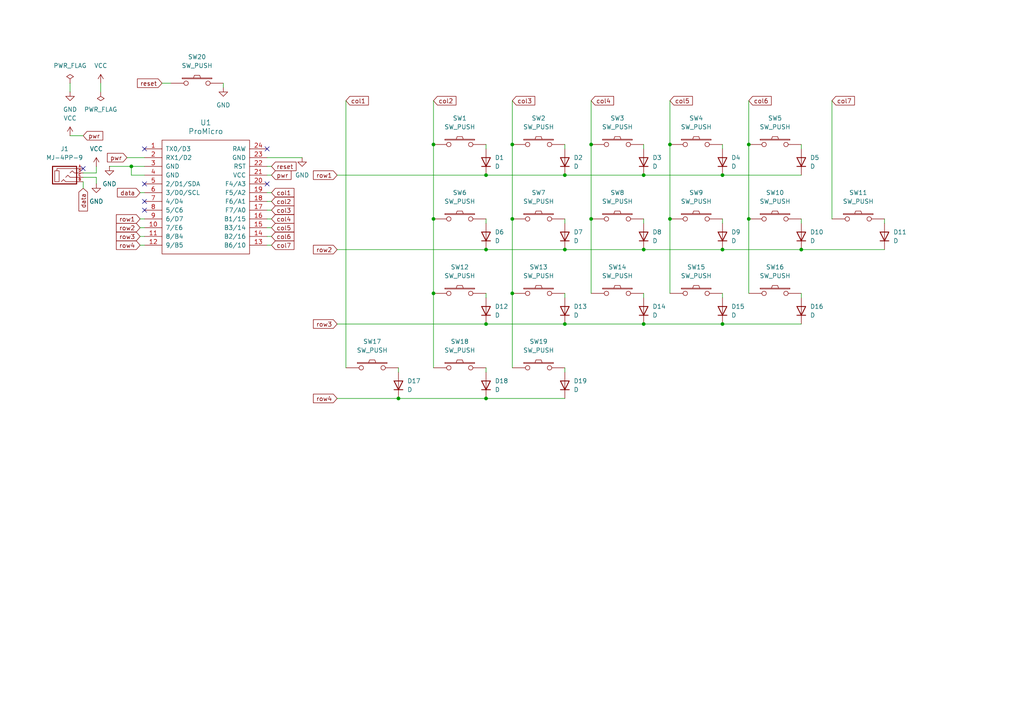
<source format=kicad_sch>
(kicad_sch (version 20250114) (generator "eeschema") (generator_version "9.0")
  (paper "A4")
  (lib_symbols
    (symbol "Device:D" (pin_numbers (hide yes)) (pin_names (offset 1.016) (hide yes))
      (property "Reference" "D" (at 0 2.54 0))
      (property "Value" "D" (at 0 -2.54 0))
      (symbol "D_0_1"
        (polyline (pts (xy -1.27 1.27) (xy -1.27 -1.27)) (stroke (width 0.254)))
        (polyline (pts (xy 1.27 1.27) (xy 1.27 -1.27) (xy -1.27 0) (xy 1.27 1.27)) (stroke (width 0.254)))
        (polyline (pts (xy 1.27 0) (xy -1.27 0)))
      )
      (symbol "D_1_1"
        (pin passive line (at -3.81 0 0) (length 2.54) (name "K") (number "1"))
        (pin passive line (at 3.81 0 180) (length 2.54) (name "A") (number "2"))
      )
    )
    (symbol "kbd:MJ-4PP-9" (pin_names (offset 1.016))
      (property "Reference" "J" (at 0 3.81 0))
      (property "Value" "MJ-4PP-9" (at 0 -3.81 0))
      (symbol "MJ-4PP-9_0_1"
        (polyline (pts (xy -2.54 1.27) (xy -2.54 1.905) (xy 3.175 1.905)))
        (rectangle (start -1.905 -1.905) (end -3.175 1.27))
        (polyline (pts (xy -1.27 -1.905) (xy -0.635 -1.27) (xy 0 -1.905) (xy 3.175 -1.905)))
        (polyline (pts (xy 0 -0.635) (xy 0.635 0) (xy 1.27 -0.635) (xy 3.175 -0.635)))
        (polyline (pts (xy 1.27 0.635) (xy 1.905 1.27) (xy 2.54 0.635) (xy 3.175 0.635)))
        (rectangle (start 3.175 2.54) (end -3.81 -2.54) (stroke (width 0.3048)))
      )
      (symbol "MJ-4PP-9_1_1"
        (pin input line (at 5.08 1.905 180) (length 2.0066) (name "~") (number "A"))
        (pin input line (at 5.08 0.635 180) (length 2.0066) (name "~") (number "D"))
        (pin input line (at 5.08 -0.635 180) (length 2.0066) (name "~") (number "C"))
        (pin input line (at 5.08 -1.905 180) (length 2.0066) (name "~") (number "B"))
      )
    )
    (symbol "kbd:ProMicro" (pin_names (offset 1.016))
      (property "Reference" "U" (at 0 19.05 0))
      (property "Value" "ProMicro" (at 0 -19.05 0))
      (symbol "ProMicro_0_1"
        (rectangle (start -12.7 16.51) (end 12.7 -16.51))
      )
      (symbol "ProMicro_1_1"
        (pin bidirectional line (at -17.78 13.97 0) (length 5.08) (name "TX0/D3") (number "1"))
        (pin bidirectional line (at -17.78 11.43 0) (length 5.08) (name "RX1/D2") (number "2"))
        (pin power_in line (at -17.78 8.89 0) (length 5.08) (name "GND") (number "3"))
        (pin power_in line (at -17.78 6.35 0) (length 5.08) (name "GND") (number "4"))
        (pin bidirectional line (at -17.78 3.81 0) (length 5.08) (name "2/D1/SDA") (number "5"))
        (pin bidirectional line (at -17.78 1.27 0) (length 5.08) (name "3/D0/SCL") (number "6"))
        (pin bidirectional line (at -17.78 -1.27 0) (length 5.08) (name "4/D4") (number "7"))
        (pin bidirectional line (at -17.78 -3.81 0) (length 5.08) (name "5/C6") (number "8"))
        (pin bidirectional line (at -17.78 -6.35 0) (length 5.08) (name "6/D7") (number "9"))
        (pin bidirectional line (at -17.78 -8.89 0) (length 5.08) (name "7/E6") (number "10"))
        (pin bidirectional line (at -17.78 -11.43 0) (length 5.08) (name "8/B4") (number "11"))
        (pin bidirectional line (at -17.78 -13.97 0) (length 5.08) (name "9/B5") (number "12"))
        (pin power_out line (at 17.78 13.97 180) (length 5.08) (name "RAW") (number "24"))
        (pin power_in line (at 17.78 11.43 180) (length 5.08) (name "GND") (number "23"))
        (pin input line (at 17.78 8.89 180) (length 5.08) (name "RST") (number "22"))
        (pin power_in line (at 17.78 6.35 180) (length 5.08) (name "VCC") (number "21"))
        (pin bidirectional line (at 17.78 3.81 180) (length 5.08) (name "F4/A3") (number "20"))
        (pin bidirectional line (at 17.78 1.27 180) (length 5.08) (name "F5/A2") (number "19"))
        (pin bidirectional line (at 17.78 -1.27 180) (length 5.08) (name "F6/A1") (number "18"))
        (pin bidirectional line (at 17.78 -3.81 180) (length 5.08) (name "F7/A0") (number "17"))
        (pin bidirectional line (at 17.78 -6.35 180) (length 5.08) (name "B1/15") (number "16"))
        (pin bidirectional line (at 17.78 -8.89 180) (length 5.08) (name "B3/14") (number "15"))
        (pin bidirectional line (at 17.78 -11.43 180) (length 5.08) (name "B2/16") (number "14"))
        (pin bidirectional line (at 17.78 -13.97 180) (length 5.08) (name "B6/10") (number "13"))
      )
    )
    (symbol "kbd:SW_PUSH" (pin_numbers (hide yes)) (pin_names (offset 1.016) (hide yes))
      (property "Reference" "SW" (at 3.81 2.794 0))
      (property "Value" "SW_PUSH" (at 0 -2.032 0))
      (symbol "SW_PUSH_0_1"
        (rectangle (start -4.318 1.27) (end 4.318 1.524))
        (polyline (pts (xy -1.016 1.524) (xy -0.762 2.286) (xy 0.762 2.286) (xy 1.016 1.524)))
        (pin passive inverted (at -7.62 0 0) (length 5.08) (name "1") (number "1"))
        (pin passive inverted (at 7.62 0 180) (length 5.08) (name "2") (number "2"))
      )
    )
    (symbol "power:GND" (power) (pin_numbers (hide yes)) (pin_names (offset 0) (hide yes))
      (property "Value" "GND" (at 0 -3.81 0))
      (symbol "GND_0_1"
        (polyline (pts (xy 0 0) (xy 0 -1.27) (xy 1.27 -1.27) (xy 0 -2.54) (xy -1.27 -1.27) (xy 0 -1.27)))
      )
      (symbol "GND_1_1"
        (pin power_in line (at 0 0 270) (length 0) (name "~") (number "1"))
      )
    )
    (symbol "power:PWR_FLAG" (power) (pin_numbers (hide yes)) (pin_names (offset 0) (hide yes))
      (property "Value" "PWR_FLAG" (at 0 3.81 0))
      (symbol "PWR_FLAG_0_0"
        (pin power_out line (at 0 0 90) (length 0) (name "~") (number "1"))
      )
      (symbol "PWR_FLAG_0_1"
        (polyline (pts (xy 0 0) (xy 0 1.27) (xy -1.016 1.905) (xy 0 2.54) (xy 1.016 1.905) (xy 0 1.27)))
      )
    )
    (symbol "power:VCC" (power) (pin_numbers (hide yes)) (pin_names (offset 0) (hide yes))
      (property "Value" "VCC" (at 0 3.556 0))
      (symbol "VCC_0_1"
        (polyline (pts (xy -0.762 1.27) (xy 0 2.54)))
        (polyline (pts (xy 0 2.54) (xy 0.762 1.27)))
        (polyline (pts (xy 0 0) (xy 0 2.54)))
      )
      (symbol "VCC_1_1"
        (pin power_in line (at 0 0 90) (length 0) (name "~") (number "1"))
      )
    )
  )
  (junction (at 232.41 72.39))
  (junction (at 209.55 93.98))
  (junction (at 140.97 50.8))
  (junction (at 186.69 50.8))
  (junction (at 194.31 41.91))
  (junction (at 217.17 41.91))
  (junction (at 186.69 72.39))
  (junction (at 38.1 48.26))
  (junction (at 125.73 63.5))
  (junction (at 148.59 85.09))
  (junction (at 217.17 63.5))
  (junction (at 115.57 115.57))
  (junction (at 171.45 41.91))
  (junction (at 140.97 72.39))
  (junction (at 209.55 72.39))
  (junction (at 140.97 115.57))
  (junction (at 163.83 72.39))
  (junction (at 209.55 50.8))
  (junction (at 163.83 93.98))
  (junction (at 140.97 93.98))
  (junction (at 194.31 63.5))
  (junction (at 186.69 93.98))
  (junction (at 148.59 41.91))
  (junction (at 163.83 50.8))
  (junction (at 125.73 85.09))
  (junction (at 171.45 63.5))
  (junction (at 125.73 41.91))
  (junction (at 148.59 63.5))
  (no_connect (at 41.91 60.96))
  (no_connect (at 41.91 53.34))
  (no_connect (at 41.91 58.42))
  (no_connect (at 24.13 48.895))
  (no_connect (at 41.91 43.18))
  (no_connect (at 77.47 53.34))
  (no_connect (at 77.47 43.18))
  (wire (pts (xy 77.47 55.88) (xy 78.74 55.88)))
  (wire (pts (xy 77.47 48.26) (xy 78.74 48.26)))
  (wire (pts (xy 194.31 63.5) (xy 194.31 85.09)))
  (wire (pts (xy 40.64 55.88) (xy 41.91 55.88)))
  (wire (pts (xy 209.55 50.8) (xy 232.41 50.8)))
  (wire (pts (xy 232.41 41.91) (xy 232.41 43.18)))
  (wire (pts (xy 194.31 29.21) (xy 194.31 41.91)))
  (wire (pts (xy 163.83 63.5) (xy 163.83 64.77)))
  (wire (pts (xy 163.83 50.8) (xy 186.69 50.8)))
  (wire (pts (xy 256.54 63.5) (xy 256.54 64.77)))
  (wire (pts (xy 140.97 106.68) (xy 140.97 107.95)))
  (wire (pts (xy 40.64 68.58) (xy 41.91 68.58)))
  (wire (pts (xy 115.57 106.68) (xy 115.57 107.95)))
  (wire (pts (xy 163.83 72.39) (xy 186.69 72.39)))
  (wire (pts (xy 209.55 85.09) (xy 209.55 86.36)))
  (wire (pts (xy 241.3 29.21) (xy 241.3 63.5)))
  (wire (pts (xy 97.79 93.98) (xy 140.97 93.98)))
  (wire (pts (xy 46.99 24.13) (xy 49.53 24.13)))
  (wire (pts (xy 77.47 50.8) (xy 78.74 50.8)))
  (wire (pts (xy 171.45 63.5) (xy 171.45 85.09)))
  (wire (pts (xy 125.73 85.09) (xy 125.73 106.68)))
  (wire (pts (xy 125.73 29.21) (xy 125.73 41.91)))
  (wire (pts (xy 41.91 50.8) (xy 38.1 50.8)))
  (wire (pts (xy 163.83 85.09) (xy 163.83 86.36)))
  (wire (pts (xy 40.64 66.04) (xy 41.91 66.04)))
  (wire (pts (xy 40.64 71.12) (xy 41.91 71.12)))
  (wire (pts (xy 140.97 93.98) (xy 163.83 93.98)))
  (wire (pts (xy 24.13 51.435) (xy 27.94 51.435)))
  (wire (pts (xy 209.55 41.91) (xy 209.55 43.18)))
  (wire (pts (xy 125.73 41.91) (xy 125.73 63.5)))
  (wire (pts (xy 186.69 41.91) (xy 186.69 43.18)))
  (wire (pts (xy 186.69 50.8) (xy 209.55 50.8)))
  (wire (pts (xy 20.32 24.13) (xy 20.32 26.67)))
  (wire (pts (xy 20.32 39.37) (xy 24.13 39.37)))
  (wire (pts (xy 140.97 50.8) (xy 163.83 50.8)))
  (wire (pts (xy 29.21 24.13) (xy 29.21 26.67)))
  (wire (pts (xy 100.33 29.21) (xy 100.33 106.68)))
  (wire (pts (xy 171.45 41.91) (xy 171.45 63.5)))
  (wire (pts (xy 24.13 52.705) (xy 24.13 54.61)))
  (wire (pts (xy 140.97 72.39) (xy 97.79 72.39)))
  (wire (pts (xy 77.47 68.58) (xy 78.74 68.58)))
  (wire (pts (xy 186.69 72.39) (xy 209.55 72.39)))
  (wire (pts (xy 77.47 63.5) (xy 78.74 63.5)))
  (wire (pts (xy 186.69 93.98) (xy 209.55 93.98)))
  (wire (pts (xy 77.47 60.96) (xy 78.74 60.96)))
  (wire (pts (xy 31.75 48.26) (xy 38.1 48.26)))
  (wire (pts (xy 97.79 115.57) (xy 115.57 115.57)))
  (wire (pts (xy 140.97 115.57) (xy 163.83 115.57)))
  (wire (pts (xy 148.59 85.09) (xy 148.59 106.68)))
  (wire (pts (xy 186.69 63.5) (xy 186.69 64.77)))
  (wire (pts (xy 171.45 29.21) (xy 171.45 41.91)))
  (wire (pts (xy 217.17 29.21) (xy 217.17 41.91)))
  (wire (pts (xy 77.47 58.42) (xy 78.74 58.42)))
  (wire (pts (xy 209.55 93.98) (xy 232.41 93.98)))
  (wire (pts (xy 186.69 85.09) (xy 186.69 86.36)))
  (wire (pts (xy 27.94 51.435) (xy 27.94 53.34)))
  (wire (pts (xy 77.47 66.04) (xy 78.74 66.04)))
  (wire (pts (xy 209.55 72.39) (xy 232.41 72.39)))
  (wire (pts (xy 217.17 41.91) (xy 217.17 63.5)))
  (wire (pts (xy 140.97 72.39) (xy 163.83 72.39)))
  (wire (pts (xy 77.47 71.12) (xy 78.74 71.12)))
  (wire (pts (xy 36.83 45.72) (xy 41.91 45.72)))
  (wire (pts (xy 38.1 50.8) (xy 38.1 48.26)))
  (wire (pts (xy 140.97 86.36) (xy 140.97 85.09)))
  (wire (pts (xy 163.83 93.98) (xy 186.69 93.98)))
  (wire (pts (xy 77.47 45.72) (xy 87.63 45.72)))
  (wire (pts (xy 148.59 29.21) (xy 148.59 41.91)))
  (wire (pts (xy 38.1 48.26) (xy 41.91 48.26)))
  (wire (pts (xy 97.79 50.8) (xy 140.97 50.8)))
  (wire (pts (xy 140.97 41.91) (xy 140.97 43.18)))
  (wire (pts (xy 209.55 63.5) (xy 209.55 64.77)))
  (wire (pts (xy 232.41 72.39) (xy 256.54 72.39)))
  (wire (pts (xy 40.64 63.5) (xy 41.91 63.5)))
  (wire (pts (xy 64.77 24.13) (xy 64.77 25.4)))
  (wire (pts (xy 27.94 50.165) (xy 27.94 48.26)))
  (wire (pts (xy 194.31 41.91) (xy 194.31 63.5)))
  (wire (pts (xy 140.97 63.5) (xy 140.97 64.77)))
  (wire (pts (xy 125.73 63.5) (xy 125.73 85.09)))
  (wire (pts (xy 148.59 41.91) (xy 148.59 63.5)))
  (wire (pts (xy 24.13 50.165) (xy 27.94 50.165)))
  (wire (pts (xy 148.59 63.5) (xy 148.59 85.09)))
  (wire (pts (xy 232.41 85.09) (xy 232.41 86.36)))
  (wire (pts (xy 163.83 106.68) (xy 163.83 107.95)))
  (wire (pts (xy 217.17 63.5) (xy 217.17 85.09)))
  (wire (pts (xy 115.57 115.57) (xy 140.97 115.57)))
  (wire (pts (xy 232.41 63.5) (xy 232.41 64.77)))
  (wire (pts (xy 163.83 41.91) (xy 163.83 43.18)))
  (global_label "row3" (shape input) (at 97.79 93.98 180) (property "Intersheetrefs" "${INTERSHEET_REFS}" (effects (hide yes))))
  (global_label "reset" (shape input) (at 78.74 48.26 0) (property "Intersheetrefs" "${INTERSHEET_REFS}" (effects (hide yes))))
  (global_label "col7" (shape input) (at 78.74 71.12 0) (property "Intersheetrefs" "${INTERSHEET_REFS}" (effects (hide yes))))
  (global_label "col1" (shape input) (at 78.74 55.88 0) (property "Intersheetrefs" "${INTERSHEET_REFS}" (effects (hide yes))))
  (global_label "col7" (shape input) (at 241.3 29.21 0) (property "Intersheetrefs" "${INTERSHEET_REFS}" (effects (hide yes))))
  (global_label "reset" (shape input) (at 46.99 24.13 180) (property "Intersheetrefs" "${INTERSHEET_REFS}" (effects (hide yes))))
  (global_label "col4" (shape input) (at 171.45 29.21 0) (property "Intersheetrefs" "${INTERSHEET_REFS}" (effects (hide yes))))
  (global_label "col6" (shape input) (at 78.74 68.58 0) (property "Intersheetrefs" "${INTERSHEET_REFS}" (effects (hide yes))))
  (global_label "col3" (shape input) (at 78.74 60.96 0) (property "Intersheetrefs" "${INTERSHEET_REFS}" (effects (hide yes))))
  (global_label "col6" (shape input) (at 217.17 29.21 0) (property "Intersheetrefs" "${INTERSHEET_REFS}" (effects (hide yes))))
  (global_label "col1" (shape input) (at 100.33 29.21 0) (property "Intersheetrefs" "${INTERSHEET_REFS}" (effects (hide yes))))
  (global_label "row4" (shape input) (at 40.64 71.12 180) (property "Intersheetrefs" "${INTERSHEET_REFS}" (effects (hide yes))))
  (global_label "pwr" (shape input) (at 24.13 39.37 0) (property "Intersheetrefs" "${INTERSHEET_REFS}" (effects (hide yes))))
  (global_label "col4" (shape input) (at 78.74 63.5 0) (property "Intersheetrefs" "${INTERSHEET_REFS}" (effects (hide yes))))
  (global_label "col3" (shape input) (at 148.59 29.21 0) (property "Intersheetrefs" "${INTERSHEET_REFS}" (effects (hide yes))))
  (global_label "col5" (shape input) (at 194.31 29.21 0) (property "Intersheetrefs" "${INTERSHEET_REFS}" (effects (hide yes))))
  (global_label "col5" (shape input) (at 78.74 66.04 0) (property "Intersheetrefs" "${INTERSHEET_REFS}" (effects (hide yes))))
  (global_label "row3" (shape input) (at 40.64 68.58 180) (property "Intersheetrefs" "${INTERSHEET_REFS}" (effects (hide yes))))
  (global_label "pwr" (shape input) (at 78.74 50.8 0) (property "Intersheetrefs" "${INTERSHEET_REFS}" (effects (hide yes))))
  (global_label "row1" (shape input) (at 97.79 50.8 180) (property "Intersheetrefs" "${INTERSHEET_REFS}" (effects (hide yes))))
  (global_label "row2" (shape input) (at 40.64 66.04 180) (property "Intersheetrefs" "${INTERSHEET_REFS}" (effects (hide yes))))
  (global_label "row1" (shape input) (at 40.64 63.5 180) (property "Intersheetrefs" "${INTERSHEET_REFS}" (effects (hide yes))))
  (global_label "data" (shape input) (at 24.13 54.61 270) (property "Intersheetrefs" "${INTERSHEET_REFS}" (effects (hide yes))))
  (global_label "pwr" (shape input) (at 36.83 45.72 180) (property "Intersheetrefs" "${INTERSHEET_REFS}" (effects (hide yes))))
  (global_label "col2" (shape input) (at 125.73 29.21 0) (property "Intersheetrefs" "${INTERSHEET_REFS}" (effects (hide yes))))
  (global_label "row2" (shape input) (at 97.79 72.39 180) (property "Intersheetrefs" "${INTERSHEET_REFS}" (effects (hide yes))))
  (global_label "row4" (shape input) (at 97.79 115.57 180) (property "Intersheetrefs" "${INTERSHEET_REFS}" (effects (hide yes))))
  (global_label "col2" (shape input) (at 78.74 58.42 0) (property "Intersheetrefs" "${INTERSHEET_REFS}" (effects (hide yes))))
  (global_label "data" (shape input) (at 40.64 55.88 180) (property "Intersheetrefs" "${INTERSHEET_REFS}" (effects (hide yes))))
  (symbol (lib_id "kbd:SW_PUSH") (at 133.35 85.09 0) (unit 1)
    (property "Reference" "SW12" (at 133.35 77.47 0))
    (property "Value" "SW_PUSH" (at 133.35 80.01 0))
    (property "Footprint" "footprint:keyswitch_choc12_hotswap_1u_rev" (effects (hide yes)))
  )
  (symbol (lib_id "power:GND") (at 87.63 45.72 0) (unit 1)
    (property "Reference" "#PWR08" (effects (hide yes)))
    (property "Value" "GND" (at 87.63 50.8 0))
    (property "Description" "Power symbol creates a global label with name \"GND\" , ground" (effects (hide yes)))
  )
  (symbol (lib_id "kbd:SW_PUSH") (at 179.07 41.91 0) (unit 1)
    (property "Reference" "SW3" (at 179.07 34.29 0))
    (property "Value" "SW_PUSH" (at 179.07 36.83 0))
    (property "Footprint" "footprint:keyswitch_choc12_hotswap_1u_rev" (effects (hide yes)))
  )
  (symbol (lib_id "kbd:SW_PUSH") (at 224.79 85.09 0) (unit 1)
    (property "Reference" "SW16" (at 224.79 77.47 0))
    (property "Value" "SW_PUSH" (at 224.79 80.01 0))
    (property "Footprint" "footprint:keyswitch_choc12_hotswap_1u_rev" (effects (hide yes)))
  )
  (symbol (lib_id "kbd:SW_PUSH") (at 156.21 85.09 0) (unit 1)
    (property "Reference" "SW13" (at 156.21 77.47 0))
    (property "Value" "SW_PUSH" (at 156.21 80.01 0))
    (property "Footprint" "footprint:keyswitch_choc12_hotswap_1u_rev" (effects (hide yes)))
  )
  (symbol (lib_id "power:VCC") (at 29.21 24.13 0) (unit 1)
    (property "Reference" "#PWR01" (effects (hide yes)))
    (property "Value" "VCC" (at 29.21 19.05 0))
    (property "Description" "Power symbol creates a global label with name \"VCC\"" (effects (hide yes)))
  )
  (symbol (lib_id "Device:D") (at 209.55 68.58 90) (unit 1)
    (property "Reference" "D9" (at 212.09 67.3099 90) (effects (justify right)))
    (property "Value" "D" (at 212.09 69.8499 90) (effects (justify right)))
    (property "Footprint" "Keebio-Parts:Diode-dual" (effects (hide yes)))
    (property "Description" "Diode" (effects (hide yes)))
    (property "Sim.Device" "D" (effects (hide yes)))
    (property "Sim.Pins" "1=K 2=A" (effects (hide yes)))
  )
  (symbol (lib_id "Device:D") (at 209.55 90.17 90) (unit 1)
    (property "Reference" "D15" (at 212.09 88.8999 90) (effects (justify right)))
    (property "Value" "D" (at 212.09 91.4399 90) (effects (justify right)))
    (property "Footprint" "Keebio-Parts:Diode-dual" (effects (hide yes)))
    (property "Description" "Diode" (effects (hide yes)))
    (property "Sim.Device" "D" (effects (hide yes)))
    (property "Sim.Pins" "1=K 2=A" (effects (hide yes)))
  )
  (symbol (lib_id "Device:D") (at 163.83 111.76 90) (unit 1)
    (property "Reference" "D19" (at 166.37 110.4899 90) (effects (justify right)))
    (property "Value" "D" (at 166.37 113.0299 90) (effects (justify right)))
    (property "Footprint" "Keebio-Parts:Diode-dual" (effects (hide yes)))
    (property "Description" "Diode" (effects (hide yes)))
    (property "Sim.Device" "D" (effects (hide yes)))
    (property "Sim.Pins" "1=K 2=A" (effects (hide yes)))
  )
  (symbol (lib_id "Device:D") (at 163.83 46.99 90) (unit 1)
    (property "Reference" "D2" (at 166.37 45.7199 90) (effects (justify right)))
    (property "Value" "D" (at 166.37 48.2599 90) (effects (justify right)))
    (property "Footprint" "Keebio-Parts:Diode-dual" (effects (hide yes)))
    (property "Description" "Diode" (effects (hide yes)))
    (property "Sim.Device" "D" (effects (hide yes)))
    (property "Sim.Pins" "1=K 2=A" (effects (hide yes)))
  )
  (symbol (lib_id "kbd:SW_PUSH") (at 224.79 41.91 0) (unit 1)
    (property "Reference" "SW5" (at 224.79 34.29 0))
    (property "Value" "SW_PUSH" (at 224.79 36.83 0))
    (property "Footprint" "footprint:keyswitch_choc12_hotswap_1u_rev" (effects (hide yes)))
  )
  (symbol (lib_id "power:PWR_FLAG") (at 29.21 26.67 180) (unit 1)
    (property "Reference" "#FLG02" (effects (hide yes)))
    (property "Value" "PWR_FLAG" (at 29.21 31.75 0))
    (property "Description" "Special symbol for telling ERC where power comes from" (effects (hide yes)))
  )
  (symbol (lib_id "Device:D") (at 140.97 46.99 90) (unit 1)
    (property "Reference" "D1" (at 143.51 45.7199 90) (effects (justify right)))
    (property "Value" "D" (at 143.51 48.2599 90) (effects (justify right)))
    (property "Footprint" "Keebio-Parts:Diode-dual" (effects (hide yes)))
    (property "Description" "Diode" (effects (hide yes)))
    (property "Sim.Device" "D" (effects (hide yes)))
    (property "Sim.Pins" "1=K 2=A" (effects (hide yes)))
  )
  (symbol (lib_id "Device:D") (at 209.55 46.99 90) (unit 1)
    (property "Reference" "D4" (at 212.09 45.7199 90) (effects (justify right)))
    (property "Value" "D" (at 212.09 48.2599 90) (effects (justify right)))
    (property "Footprint" "Keebio-Parts:Diode-dual" (effects (hide yes)))
    (property "Description" "Diode" (effects (hide yes)))
    (property "Sim.Device" "D" (effects (hide yes)))
    (property "Sim.Pins" "1=K 2=A" (effects (hide yes)))
  )
  (symbol (lib_id "Device:D") (at 232.41 46.99 90) (unit 1)
    (property "Reference" "D5" (at 234.95 45.7199 90) (effects (justify right)))
    (property "Value" "D" (at 234.95 48.2599 90) (effects (justify right)))
    (property "Footprint" "Keebio-Parts:Diode-dual" (effects (hide yes)))
    (property "Description" "Diode" (effects (hide yes)))
    (property "Sim.Device" "D" (effects (hide yes)))
    (property "Sim.Pins" "1=K 2=A" (effects (hide yes)))
  )
  (symbol (lib_id "kbd:SW_PUSH") (at 156.21 106.68 0) (unit 1)
    (property "Reference" "SW19" (at 156.21 99.06 0))
    (property "Value" "SW_PUSH" (at 156.21 101.6 0))
    (property "Footprint" "footprint:keyswitch_choc12_hotswap_1u_rev" (effects (hide yes)))
  )
  (symbol (lib_id "Device:D") (at 232.41 90.17 90) (unit 1)
    (property "Reference" "D16" (at 234.95 88.8999 90) (effects (justify right)))
    (property "Value" "D" (at 234.95 91.4399 90) (effects (justify right)))
    (property "Footprint" "Keebio-Parts:Diode-dual" (effects (hide yes)))
    (property "Description" "Diode" (effects (hide yes)))
    (property "Sim.Device" "D" (effects (hide yes)))
    (property "Sim.Pins" "1=K 2=A" (effects (hide yes)))
  )
  (symbol (lib_id "kbd:SW_PUSH") (at 179.07 85.09 0) (unit 1)
    (property "Reference" "SW14" (at 179.07 77.47 0))
    (property "Value" "SW_PUSH" (at 179.07 80.01 0))
    (property "Footprint" "footprint:keyswitch_choc12_hotswap_1u_rev" (effects (hide yes)))
  )
  (symbol (lib_id "kbd:SW_PUSH") (at 248.92 63.5 0) (unit 1)
    (property "Reference" "SW11" (at 248.92 55.88 0))
    (property "Value" "SW_PUSH" (at 248.92 58.42 0))
    (property "Footprint" "footprint:keyswitch_choc12_hotswap_1u_rev" (effects (hide yes)))
  )
  (symbol (lib_id "kbd:SW_PUSH") (at 201.93 85.09 0) (unit 1)
    (property "Reference" "SW15" (at 201.93 77.47 0))
    (property "Value" "SW_PUSH" (at 201.93 80.01 0))
    (property "Footprint" "footprint:keyswitch_choc12_hotswap_1u_rev" (effects (hide yes)))
  )
  (symbol (lib_id "kbd:SW_PUSH") (at 57.15 24.13 0) (unit 1)
    (property "Reference" "SW20" (at 57.15 16.51 0))
    (property "Value" "SW_PUSH" (at 57.15 19.05 0))
    (property "Footprint" "kbd:ResetSW" (effects (hide yes)))
  )
  (symbol (lib_id "Device:D") (at 256.54 68.58 90) (unit 1)
    (property "Reference" "D11" (at 259.08 67.3099 90) (effects (justify right)))
    (property "Value" "D" (at 259.08 69.8499 90) (effects (justify right)))
    (property "Footprint" "Keebio-Parts:Diode-dual" (effects (hide yes)))
    (property "Description" "Diode" (effects (hide yes)))
    (property "Sim.Device" "D" (effects (hide yes)))
    (property "Sim.Pins" "1=K 2=A" (effects (hide yes)))
  )
  (symbol (lib_id "kbd:SW_PUSH") (at 201.93 41.91 0) (unit 1)
    (property "Reference" "SW4" (at 201.93 34.29 0))
    (property "Value" "SW_PUSH" (at 201.93 36.83 0))
    (property "Footprint" "footprint:keyswitch_choc12_hotswap_1u_rev" (effects (hide yes)))
  )
  (symbol (lib_id "power:VCC") (at 27.94 48.26 0) (unit 1)
    (property "Reference" "#PWR04" (effects (hide yes)))
    (property "Value" "VCC" (at 27.94 43.18 0))
    (property "Description" "Power symbol creates a global label with name \"VCC\"" (effects (hide yes)))
  )
  (symbol (lib_id "kbd:SW_PUSH") (at 156.21 41.91 0) (unit 1)
    (property "Reference" "SW2" (at 156.21 34.29 0))
    (property "Value" "SW_PUSH" (at 156.21 36.83 0))
    (property "Footprint" "footprint:keyswitch_choc12_hotswap_1u_rev" (effects (hide yes)))
  )
  (symbol (lib_id "power:GND") (at 20.32 26.67 0) (unit 1)
    (property "Reference" "#PWR02" (effects (hide yes)))
    (property "Value" "GND" (at 20.32 31.75 0))
    (property "Description" "Power symbol creates a global label with name \"GND\" , ground" (effects (hide yes)))
  )
  (symbol (lib_id "power:PWR_FLAG") (at 20.32 24.13 0) (unit 1)
    (property "Reference" "#FLG01" (effects (hide yes)))
    (property "Value" "PWR_FLAG" (at 20.32 19.05 0))
    (property "Description" "Special symbol for telling ERC where power comes from" (effects (hide yes)))
  )
  (symbol (lib_id "power:VCC") (at 20.32 39.37 0) (unit 1)
    (property "Reference" "#PWR03" (effects (hide yes)))
    (property "Value" "VCC" (at 20.32 34.29 0))
    (property "Description" "Power symbol creates a global label with name \"VCC\"" (effects (hide yes)))
  )
  (symbol (lib_id "power:GND") (at 64.77 25.4 0) (unit 1)
    (property "Reference" "#PWR06" (effects (hide yes)))
    (property "Value" "GND" (at 64.77 30.48 0))
    (property "Description" "Power symbol creates a global label with name \"GND\" , ground" (effects (hide yes)))
  )
  (symbol (lib_id "Device:D") (at 140.97 90.17 90) (unit 1)
    (property "Reference" "D12" (at 143.51 88.8999 90) (effects (justify right)))
    (property "Value" "D" (at 143.51 91.4399 90) (effects (justify right)))
    (property "Footprint" "Keebio-Parts:Diode-dual" (effects (hide yes)))
    (property "Description" "Diode" (effects (hide yes)))
    (property "Sim.Device" "D" (effects (hide yes)))
    (property "Sim.Pins" "1=K 2=A" (effects (hide yes)))
  )
  (symbol (lib_id "Device:D") (at 186.69 46.99 90) (unit 1)
    (property "Reference" "D3" (at 189.23 45.7199 90) (effects (justify right)))
    (property "Value" "D" (at 189.23 48.2599 90) (effects (justify right)))
    (property "Footprint" "Keebio-Parts:Diode-dual" (effects (hide yes)))
    (property "Description" "Diode" (effects (hide yes)))
    (property "Sim.Device" "D" (effects (hide yes)))
    (property "Sim.Pins" "1=K 2=A" (effects (hide yes)))
  )
  (symbol (lib_id "Device:D") (at 186.69 90.17 90) (unit 1)
    (property "Reference" "D14" (at 189.23 88.8999 90) (effects (justify right)))
    (property "Value" "D" (at 189.23 91.4399 90) (effects (justify right)))
    (property "Footprint" "Keebio-Parts:Diode-dual" (effects (hide yes)))
    (property "Description" "Diode" (effects (hide yes)))
    (property "Sim.Device" "D" (effects (hide yes)))
    (property "Sim.Pins" "1=K 2=A" (effects (hide yes)))
  )
  (symbol (lib_id "Device:D") (at 186.69 68.58 90) (unit 1)
    (property "Reference" "D8" (at 189.23 67.3099 90) (effects (justify right)))
    (property "Value" "D" (at 189.23 69.8499 90) (effects (justify right)))
    (property "Footprint" "Keebio-Parts:Diode-dual" (effects (hide yes)))
    (property "Description" "Diode" (effects (hide yes)))
    (property "Sim.Device" "D" (effects (hide yes)))
    (property "Sim.Pins" "1=K 2=A" (effects (hide yes)))
  )
  (symbol (lib_id "kbd:MJ-4PP-9") (at 19.05 50.8 0) (unit 1)
    (property "Reference" "J1" (at 18.7325 43.18 0))
    (property "Value" "MJ-4PP-9" (at 18.7325 45.72 0))
    (property "Footprint" "kbd:MJ-4PP-9" (effects (hide yes)))
    (property "Description" "4-pin (audio) jack receptable (stereo + 4th pin/TRRS connector), compatible with PJ320A" (effects (hide yes)))
  )
  (symbol (lib_id "Device:D") (at 140.97 111.76 90) (unit 1)
    (property "Reference" "D18" (at 143.51 110.4899 90) (effects (justify right)))
    (property "Value" "D" (at 143.51 113.0299 90) (effects (justify right)))
    (property "Footprint" "Keebio-Parts:Diode-dual" (effects (hide yes)))
    (property "Description" "Diode" (effects (hide yes)))
    (property "Sim.Device" "D" (effects (hide yes)))
    (property "Sim.Pins" "1=K 2=A" (effects (hide yes)))
  )
  (symbol (lib_id "power:GND") (at 27.94 53.34 0) (unit 1)
    (property "Reference" "#PWR05" (effects (hide yes)))
    (property "Value" "GND" (at 27.94 58.42 0))
    (property "Description" "Power symbol creates a global label with name \"GND\" , ground" (effects (hide yes)))
  )
  (symbol (lib_id "kbd:SW_PUSH") (at 156.21 63.5 0) (unit 1)
    (property "Reference" "SW7" (at 156.21 55.88 0))
    (property "Value" "SW_PUSH" (at 156.21 58.42 0))
    (property "Footprint" "footprint:keyswitch_choc12_hotswap_1u_rev" (effects (hide yes)))
  )
  (symbol (lib_id "kbd:SW_PUSH") (at 224.79 63.5 0) (unit 1)
    (property "Reference" "SW10" (at 224.79 55.88 0))
    (property "Value" "SW_PUSH" (at 224.79 58.42 0))
    (property "Footprint" "footprint:keyswitch_choc12_hotswap_1u_rev" (effects (hide yes)))
  )
  (symbol (lib_id "Device:D") (at 115.57 111.76 90) (unit 1)
    (property "Reference" "D17" (at 118.11 110.4899 90) (effects (justify right)))
    (property "Value" "D" (at 118.11 113.0299 90) (effects (justify right)))
    (property "Footprint" "Keebio-Parts:Diode-dual" (effects (hide yes)))
    (property "Description" "Diode" (effects (hide yes)))
    (property "Sim.Device" "D" (effects (hide yes)))
    (property "Sim.Pins" "1=K 2=A" (effects (hide yes)))
  )
  (symbol (lib_id "kbd:SW_PUSH") (at 179.07 63.5 0) (unit 1)
    (property "Reference" "SW8" (at 179.07 55.88 0))
    (property "Value" "SW_PUSH" (at 179.07 58.42 0))
    (property "Footprint" "footprint:keyswitch_choc12_hotswap_1u_rev" (effects (hide yes)))
  )
  (symbol (lib_id "kbd:ProMicro") (at 59.69 57.15 0) (unit 1)
    (property "Reference" "U1" (at 59.69 35.56 0) (effects (font (size 1.524 1.524))))
    (property "Value" "ProMicro" (at 59.69 38.1 0) (effects (font (size 1.524 1.524))))
    (property "Footprint" "footprint:ProMicro" (effects (hide yes)))
  )
  (symbol (lib_id "Device:D") (at 163.83 90.17 90) (unit 1)
    (property "Reference" "D13" (at 166.37 88.8999 90) (effects (justify right)))
    (property "Value" "D" (at 166.37 91.4399 90) (effects (justify right)))
    (property "Footprint" "Keebio-Parts:Diode-dual" (effects (hide yes)))
    (property "Description" "Diode" (effects (hide yes)))
    (property "Sim.Device" "D" (effects (hide yes)))
    (property "Sim.Pins" "1=K 2=A" (effects (hide yes)))
  )
  (symbol (lib_id "Device:D") (at 232.41 68.58 90) (unit 1)
    (property "Reference" "D10" (at 234.95 67.3099 90) (effects (justify right)))
    (property "Value" "D" (at 234.95 69.8499 90) (effects (justify right)))
    (property "Footprint" "Keebio-Parts:Diode-dual" (effects (hide yes)))
    (property "Description" "Diode" (effects (hide yes)))
    (property "Sim.Device" "D" (effects (hide yes)))
    (property "Sim.Pins" "1=K 2=A" (effects (hide yes)))
  )
  (symbol (lib_id "kbd:SW_PUSH") (at 133.35 63.5 0) (unit 1)
    (property "Reference" "SW6" (at 133.35 55.88 0))
    (property "Value" "SW_PUSH" (at 133.35 58.42 0))
    (property "Footprint" "footprint:keyswitch_choc12_hotswap_1u_rev" (effects (hide yes)))
  )
  (symbol (lib_id "Device:D") (at 163.83 68.58 90) (unit 1)
    (property "Reference" "D7" (at 166.37 67.3099 90) (effects (justify right)))
    (property "Value" "D" (at 166.37 69.8499 90) (effects (justify right)))
    (property "Footprint" "Keebio-Parts:Diode-dual" (effects (hide yes)))
    (property "Description" "Diode" (effects (hide yes)))
    (property "Sim.Device" "D" (effects (hide yes)))
    (property "Sim.Pins" "1=K 2=A" (effects (hide yes)))
  )
  (symbol (lib_id "kbd:SW_PUSH") (at 133.35 41.91 0) (unit 1)
    (property "Reference" "SW1" (at 133.35 34.29 0))
    (property "Value" "SW_PUSH" (at 133.35 36.83 0))
    (property "Footprint" "footprint:keyswitch_choc12_hotswap_1u_rev" (effects (hide yes)))
  )
  (symbol (lib_id "kbd:SW_PUSH") (at 107.95 106.68 0) (unit 1)
    (property "Reference" "SW17" (at 107.95 99.06 0))
    (property "Value" "SW_PUSH" (at 107.95 101.6 0))
    (property "Footprint" "footprint:keyswitch_choc12_hotswap_1u_rev" (effects (hide yes)))
  )
  (symbol (lib_id "power:GND") (at 31.75 48.26 0) (unit 1)
    (property "Reference" "#PWR07" (effects (hide yes)))
    (property "Value" "GND" (at 31.75 53.34 0))
    (property "Description" "Power symbol creates a global label with name \"GND\" , ground" (effects (hide yes)))
  )
  (symbol (lib_id "Device:D") (at 140.97 68.58 90) (unit 1)
    (property "Reference" "D6" (at 143.51 67.3099 90) (effects (justify right)))
    (property "Value" "D" (at 143.51 69.8499 90) (effects (justify right)))
    (property "Footprint" "Keebio-Parts:Diode-dual" (effects (hide yes)))
    (property "Description" "Diode" (effects (hide yes)))
    (property "Sim.Device" "D" (effects (hide yes)))
    (property "Sim.Pins" "1=K 2=A" (effects (hide yes)))
  )
  (symbol (lib_id "kbd:SW_PUSH") (at 201.93 63.5 0) (unit 1)
    (property "Reference" "SW9" (at 201.93 55.88 0))
    (property "Value" "SW_PUSH" (at 201.93 58.42 0))
    (property "Footprint" "footprint:keyswitch_choc12_hotswap_1u_rev" (effects (hide yes)))
  )
  (symbol (lib_id "kbd:SW_PUSH") (at 133.35 106.68 0) (unit 1)
    (property "Reference" "SW18" (at 133.35 99.06 0))
    (property "Value" "SW_PUSH" (at 133.35 101.6 0))
    (property "Footprint" "footprint:keyswitch_choc12_hotswap_1u_rev" (effects (hide yes)))
  )
)
</source>
